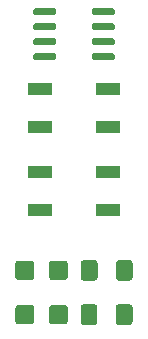
<source format=gbr>
%TF.GenerationSoftware,KiCad,Pcbnew,(5.1.6)-1*%
%TF.CreationDate,2020-08-29T13:30:18-04:00*%
%TF.ProjectId,555-timer-rev1-0,3535352d-7469-46d6-9572-2d726576312d,rev?*%
%TF.SameCoordinates,Original*%
%TF.FileFunction,Paste,Top*%
%TF.FilePolarity,Positive*%
%FSLAX46Y46*%
G04 Gerber Fmt 4.6, Leading zero omitted, Abs format (unit mm)*
G04 Created by KiCad (PCBNEW (5.1.6)-1) date 2020-08-29 13:30:18*
%MOMM*%
%LPD*%
G01*
G04 APERTURE LIST*
%ADD10R,2.000000X1.000000*%
G04 APERTURE END LIST*
%TO.C,U1*%
G36*
G01*
X150250000Y-78995000D02*
X150250000Y-78695000D01*
G75*
G02*
X150400000Y-78545000I150000J0D01*
G01*
X152050000Y-78545000D01*
G75*
G02*
X152200000Y-78695000I0J-150000D01*
G01*
X152200000Y-78995000D01*
G75*
G02*
X152050000Y-79145000I-150000J0D01*
G01*
X150400000Y-79145000D01*
G75*
G02*
X150250000Y-78995000I0J150000D01*
G01*
G37*
G36*
G01*
X150250000Y-80265000D02*
X150250000Y-79965000D01*
G75*
G02*
X150400000Y-79815000I150000J0D01*
G01*
X152050000Y-79815000D01*
G75*
G02*
X152200000Y-79965000I0J-150000D01*
G01*
X152200000Y-80265000D01*
G75*
G02*
X152050000Y-80415000I-150000J0D01*
G01*
X150400000Y-80415000D01*
G75*
G02*
X150250000Y-80265000I0J150000D01*
G01*
G37*
G36*
G01*
X150250000Y-81535000D02*
X150250000Y-81235000D01*
G75*
G02*
X150400000Y-81085000I150000J0D01*
G01*
X152050000Y-81085000D01*
G75*
G02*
X152200000Y-81235000I0J-150000D01*
G01*
X152200000Y-81535000D01*
G75*
G02*
X152050000Y-81685000I-150000J0D01*
G01*
X150400000Y-81685000D01*
G75*
G02*
X150250000Y-81535000I0J150000D01*
G01*
G37*
G36*
G01*
X150250000Y-82805000D02*
X150250000Y-82505000D01*
G75*
G02*
X150400000Y-82355000I150000J0D01*
G01*
X152050000Y-82355000D01*
G75*
G02*
X152200000Y-82505000I0J-150000D01*
G01*
X152200000Y-82805000D01*
G75*
G02*
X152050000Y-82955000I-150000J0D01*
G01*
X150400000Y-82955000D01*
G75*
G02*
X150250000Y-82805000I0J150000D01*
G01*
G37*
G36*
G01*
X145300000Y-82805000D02*
X145300000Y-82505000D01*
G75*
G02*
X145450000Y-82355000I150000J0D01*
G01*
X147100000Y-82355000D01*
G75*
G02*
X147250000Y-82505000I0J-150000D01*
G01*
X147250000Y-82805000D01*
G75*
G02*
X147100000Y-82955000I-150000J0D01*
G01*
X145450000Y-82955000D01*
G75*
G02*
X145300000Y-82805000I0J150000D01*
G01*
G37*
G36*
G01*
X145300000Y-81535000D02*
X145300000Y-81235000D01*
G75*
G02*
X145450000Y-81085000I150000J0D01*
G01*
X147100000Y-81085000D01*
G75*
G02*
X147250000Y-81235000I0J-150000D01*
G01*
X147250000Y-81535000D01*
G75*
G02*
X147100000Y-81685000I-150000J0D01*
G01*
X145450000Y-81685000D01*
G75*
G02*
X145300000Y-81535000I0J150000D01*
G01*
G37*
G36*
G01*
X145300000Y-80265000D02*
X145300000Y-79965000D01*
G75*
G02*
X145450000Y-79815000I150000J0D01*
G01*
X147100000Y-79815000D01*
G75*
G02*
X147250000Y-79965000I0J-150000D01*
G01*
X147250000Y-80265000D01*
G75*
G02*
X147100000Y-80415000I-150000J0D01*
G01*
X145450000Y-80415000D01*
G75*
G02*
X145300000Y-80265000I0J150000D01*
G01*
G37*
G36*
G01*
X145300000Y-78995000D02*
X145300000Y-78695000D01*
G75*
G02*
X145450000Y-78545000I150000J0D01*
G01*
X147100000Y-78545000D01*
G75*
G02*
X147250000Y-78695000I0J-150000D01*
G01*
X147250000Y-78995000D01*
G75*
G02*
X147100000Y-79145000I-150000J0D01*
G01*
X145450000Y-79145000D01*
G75*
G02*
X145300000Y-78995000I0J150000D01*
G01*
G37*
%TD*%
D10*
%TO.C,SW2*%
X145900000Y-92400000D03*
X145900000Y-95600000D03*
X151600000Y-95600000D03*
X151600000Y-92400000D03*
%TD*%
%TO.C,SW1*%
X145900000Y-85400000D03*
X145900000Y-88600000D03*
X151600000Y-88600000D03*
X151600000Y-85400000D03*
%TD*%
%TO.C,R6*%
G36*
G01*
X152275000Y-105125000D02*
X152275000Y-103875000D01*
G75*
G02*
X152525000Y-103625000I250000J0D01*
G01*
X153450000Y-103625000D01*
G75*
G02*
X153700000Y-103875000I0J-250000D01*
G01*
X153700000Y-105125000D01*
G75*
G02*
X153450000Y-105375000I-250000J0D01*
G01*
X152525000Y-105375000D01*
G75*
G02*
X152275000Y-105125000I0J250000D01*
G01*
G37*
G36*
G01*
X149300000Y-105125000D02*
X149300000Y-103875000D01*
G75*
G02*
X149550000Y-103625000I250000J0D01*
G01*
X150475000Y-103625000D01*
G75*
G02*
X150725000Y-103875000I0J-250000D01*
G01*
X150725000Y-105125000D01*
G75*
G02*
X150475000Y-105375000I-250000J0D01*
G01*
X149550000Y-105375000D01*
G75*
G02*
X149300000Y-105125000I0J250000D01*
G01*
G37*
%TD*%
%TO.C,R5*%
G36*
G01*
X152287500Y-101375000D02*
X152287500Y-100125000D01*
G75*
G02*
X152537500Y-99875000I250000J0D01*
G01*
X153462500Y-99875000D01*
G75*
G02*
X153712500Y-100125000I0J-250000D01*
G01*
X153712500Y-101375000D01*
G75*
G02*
X153462500Y-101625000I-250000J0D01*
G01*
X152537500Y-101625000D01*
G75*
G02*
X152287500Y-101375000I0J250000D01*
G01*
G37*
G36*
G01*
X149312500Y-101375000D02*
X149312500Y-100125000D01*
G75*
G02*
X149562500Y-99875000I250000J0D01*
G01*
X150487500Y-99875000D01*
G75*
G02*
X150737500Y-100125000I0J-250000D01*
G01*
X150737500Y-101375000D01*
G75*
G02*
X150487500Y-101625000I-250000J0D01*
G01*
X149562500Y-101625000D01*
G75*
G02*
X149312500Y-101375000I0J250000D01*
G01*
G37*
%TD*%
%TO.C,D2*%
G36*
G01*
X146625000Y-105075000D02*
X146625000Y-103925000D01*
G75*
G02*
X146875000Y-103675000I250000J0D01*
G01*
X147975000Y-103675000D01*
G75*
G02*
X148225000Y-103925000I0J-250000D01*
G01*
X148225000Y-105075000D01*
G75*
G02*
X147975000Y-105325000I-250000J0D01*
G01*
X146875000Y-105325000D01*
G75*
G02*
X146625000Y-105075000I0J250000D01*
G01*
G37*
G36*
G01*
X143775000Y-105075000D02*
X143775000Y-103925000D01*
G75*
G02*
X144025000Y-103675000I250000J0D01*
G01*
X145125000Y-103675000D01*
G75*
G02*
X145375000Y-103925000I0J-250000D01*
G01*
X145375000Y-105075000D01*
G75*
G02*
X145125000Y-105325000I-250000J0D01*
G01*
X144025000Y-105325000D01*
G75*
G02*
X143775000Y-105075000I0J250000D01*
G01*
G37*
%TD*%
%TO.C,D1*%
G36*
G01*
X146625000Y-101325000D02*
X146625000Y-100175000D01*
G75*
G02*
X146875000Y-99925000I250000J0D01*
G01*
X147975000Y-99925000D01*
G75*
G02*
X148225000Y-100175000I0J-250000D01*
G01*
X148225000Y-101325000D01*
G75*
G02*
X147975000Y-101575000I-250000J0D01*
G01*
X146875000Y-101575000D01*
G75*
G02*
X146625000Y-101325000I0J250000D01*
G01*
G37*
G36*
G01*
X143775000Y-101325000D02*
X143775000Y-100175000D01*
G75*
G02*
X144025000Y-99925000I250000J0D01*
G01*
X145125000Y-99925000D01*
G75*
G02*
X145375000Y-100175000I0J-250000D01*
G01*
X145375000Y-101325000D01*
G75*
G02*
X145125000Y-101575000I-250000J0D01*
G01*
X144025000Y-101575000D01*
G75*
G02*
X143775000Y-101325000I0J250000D01*
G01*
G37*
%TD*%
M02*

</source>
